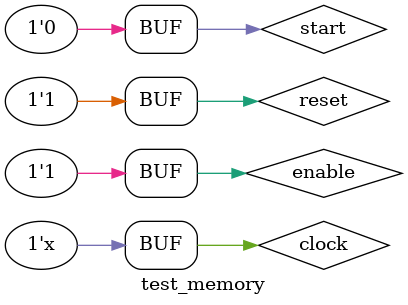
<source format=v>
`timescale 1ns / 1ps


module test_memory;

	// Inputs
	reg reset;
	reg clock;
	reg enable;
	reg start;

	// Instantiate the Unit Under Test (UUT)
	memory uut (
		.reset(reset), 
		.clock(clock), 
		.enable(enable), 
		.start(start)
	);
	
	always #1 clock = ~clock;

	initial begin
	
		$monitor("DATA   :%h %h %h %h %h %h %h %h", 
		uut.d_memory[0],uut.d_memory[1],uut.d_memory[2],uut.d_memory[3],
		uut.d_memory[4],uut.d_memory[5],uut.d_memory[6],uut.d_memory[7],);
		//uut.cpu1.pc,uut.cpu1.id_ir, uut.cpu1.ex_ir,uut.cpu1.mem_ir,uut.cpu1.wb_ir,
		//uut.cpu1.d_we, uut.cpu1.d_addr, uut.cpu1.d_dataout);
		
		enable <= 1; start <= 0; clock <= 0;
		#10 reset <= 0;
		#10 reset <= 1;
		#10 enable <= 1;
		#10 start <=1;
		#10 start <= 0;
		#2000
		$display("ADDRESS:m[0]:m[1]:m[2]:m[3]:m[4]:m[5]:m[6]:m[7]");
	end
      
endmodule


</source>
